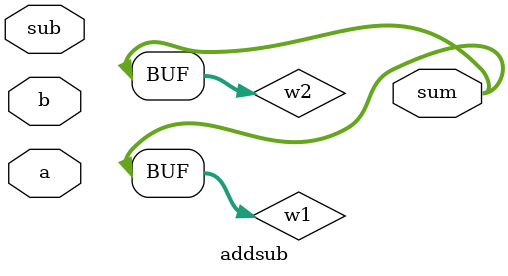
<source format=v>
`timescale 1ns / 1ps
module addsub(
    input [31:0] a,
    input [31:0] b,
    input sub,
    output [31:0] sum
);

    wire [31:0] w1, w2;
	 
	 assign w2 = w1;
	 
	 assign sum = w2;
endmodule

</source>
